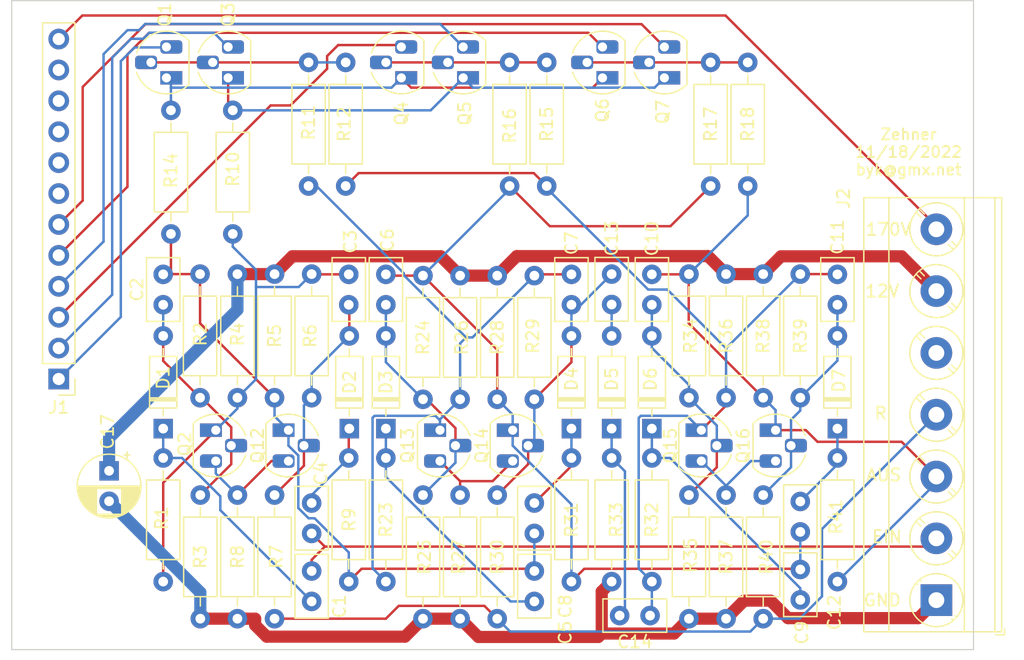
<source format=kicad_pcb>
(kicad_pcb (version 20211014) (generator pcbnew)
  (title_block (title "Charlie Nixie") (date "2019-05-27") (rev "1.1") (company "None") (comment 1 "Author: byk@gmx.net"))
  (layers (0 "F.Cu" signal) (31 "B.Cu" signal) (34 "B.Paste" user) (35 "F.Paste" user) (36 "B.SilkS" user "B.Silkscreen") (37 "F.SilkS" user "F.Silkscreen") (38 "B.Mask" user) (39 "F.Mask" user) (44 "Edge.Cuts" user))
  (net 0 "")
  (net 1 "Net-(C1-Pad1)")
  (net 2 "/dig0")
  (net 3 "HT")
  (net 4 "/dig1")
  (net 5 "/dig2")
  (net 6 "/dig3")
  (net 7 "/dig4")
  (net 8 "/dig5")
  (net 9 "/dig6")
  (net 10 "/dig7")
  (net 11 "/dig8")
  (net 12 "/dig9")
  (net 13 "/dp")
  (net 14 "/Eingang")
  (net 15 "Net-(C2-Pad1)")
  (net 16 "Net-(C2-Pad2)")
  (net 17 "Net-(C3-Pad1)")
  (net 18 "Net-(C3-Pad2)")
  (net 19 "Net-(Q1-Pad2)")
  (net 20 "Net-(R30-Pad1)")
  (net 21 "Net-(Q4-Pad2)")
  (net 22 "Net-(Q6-Pad2)")
  (net 23 "Net-(D5-Pad2)")
  (net 24 "Net-(C4-Pad1)")
  (net 25 "GND")
  (net 26 "+12V")
  (net 27 "/R")
  (net 28 "Net-(C5-Pad1)")
  (net 29 "Net-(C6-Pad2)")
  (net 30 "Net-(C7-Pad1)")
  (net 31 "Net-(D5-Pad1)")
  (net 33 "Net-(D4-Pad1)")
  (net 34 "Net-(Q13-Pad3)")
  (net 35 "Net-(C9-Pad1)")
  (net 36 "Net-(C10-Pad2)")
  (net 37 "Net-(C11-Pad2)")
  (net 38 "Net-(C12-Pad1)")
  (net 39 "Net-(Q15-Pad3)")
  (net 40 "Net-(Q7-Pad1)")
  (net 41 "/Ausgang")
  (net 42 "Net-(C12-Pad2)")
  (net 43 "Net-(C11-Pad1)")
  (net 44 "Net-(Q1-Pad1)")
  (net 45 "Net-(Q12-Pad3)")
  (footprint "Diode_THT:D_DO-35_SOD27_P7.62mm_Horizontal" (layer "F.Cu") (at 227.102 114.4 90)
    (fp_text reference "D7")
    (fp_text value "1N4148")
  )
  (footprint "TerminalBlock_Phoenix:TerminalBlock_Phoenix_MKDS-3-7-5.08_1x07_P5.08mm_Horizontal" (layer "F.Cu") (at 235.23 128.497 90)
    (fp_text reference "J2")
    (fp_text value "Conn_01x07")
  )
  (footprint "Resistor_THT:R_Axial_DIN0207_L6.3mm_D2.5mm_P10.16mm_Horizontal" (layer "F.Cu") (at 174.778 119.861 -90)
    (fp_text reference "R3")
    (fp_text value "4k7")
  )
  (footprint "Package_TO_SOT_THT:TO-92_HandSolder" (layer "F.Cu") (at 182.017 114.527 -90)
    (fp_text reference "Q12")
    (fp_text value "BC547")
  )
  (footprint "Resistor_THT:R_Axial_DIN0207_L6.3mm_D2.5mm_P10.16mm_Horizontal" (layer "F.Cu") (at 180.874 101.7 -90)
    (fp_text reference "R5")
    (fp_text value "680")
  )
  (footprint "Capacitor_THT:C_Disc_D5.0mm_W2.5mm_P2.50mm" (layer "F.Cu") (at 202.21 120.516 -90)
    (fp_text reference "C8")
    (fp_text value "1n")
  )
  (footprint "Diode_THT:D_DO-35_SOD27_P7.62mm_Horizontal" (layer "F.Cu") (at 211.862 114.4 90)
    (fp_text reference "D6")
    (fp_text value "1N4148")
  )
  (footprint "Resistor_THT:R_Axial_DIN0207_L6.3mm_D2.5mm_P10.16mm_Horizontal" (layer "F.Cu") (at 217.958 119.861 -90)
    (fp_text reference "R37")
    (fp_text value "180")
  )
  (footprint "Diode_THT:D_DO-35_SOD27_P7.62mm_Horizontal" (layer "F.Cu") (at 205.258 114.4 90)
    (fp_text reference "D4")
    (fp_text value "1N4148")
  )
  (footprint "Resistor_THT:R_Axial_DIN0207_L6.3mm_D2.5mm_P10.16mm_Horizontal" (layer "F.Cu") (at 177.826 119.861 -90)
    (fp_text reference "R8")
    (fp_text value "180")
  )
  (footprint "Resistor_THT:R_Axial_DIN0207_L6.3mm_D2.5mm_P10.16mm_Horizontal" (layer "F.Cu") (at 177.445 88.238 -90)
    (fp_text reference "R10")
    (fp_text value "3k9")
  )
  (footprint "Diode_THT:D_DO-35_SOD27_P7.62mm_Horizontal" (layer "F.Cu") (at 190.018 114.4 90)
    (fp_text reference "D3")
    (fp_text value "1N4148")
  )
  (footprint "Resistor_THT:R_Axial_DIN0207_L6.3mm_D2.5mm_P10.16mm_Horizontal" (layer "F.Cu") (at 183.922 101.7 -90)
    (fp_text reference "R6")
    (fp_text value "4k7")
  )
  (footprint "Resistor_THT:R_Axial_DIN0207_L6.3mm_D2.5mm_P10.16mm_Horizontal" (layer "F.Cu") (at 202.21 101.827 -90)
    (fp_text reference "R29")
    (fp_text value "4k7")
  )
  (footprint "Capacitor_THT:C_Disc_D5.0mm_W2.5mm_P2.50mm" (layer "F.Cu") (at 183.922 120.516 -90)
    (fp_text reference "C4")
    (fp_text value "1n")
  )
  (footprint "Diode_THT:D_DO-35_SOD27_P7.62mm_Horizontal" (layer "F.Cu") (at 187.015 114.4 90)
    (fp_text reference "D2")
    (fp_text value "1N4148")
  )
  (footprint "Capacitor_THT:C_Disc_D5.0mm_W2.5mm_P2.50mm" (layer "F.Cu") (at 227.102 101.72 -90)
    (fp_text reference "C11")
    (fp_text value "220p")
  )
  (footprint "Diode_THT:D_DO-35_SOD27_P7.62mm_Horizontal" (layer "F.Cu") (at 171.73 114.4 90)
    (fp_text reference "D1")
    (fp_text value "1N4148")
  )
  (footprint "Capacitor_THT:C_Disc_D5.0mm_W2.5mm_P2.50mm" (layer "F.Cu") (at 208.56 101.7 -90)
    (fp_text reference "C13")
    (fp_text value "1n")
  )
  (footprint "Capacitor_THT:C_Disc_D5.0mm_W2.5mm_P2.50mm" (layer "F.Cu") (at 186.97 101.72 -90)
    (fp_text reference "C3")
    (fp_text value "220p")
  )
  (footprint "Package_TO_SOT_THT:TO-92_HandSolder" (layer "F.Cu") (at 196.368 85.571 90)
    (fp_text reference "Q5")
    (fp_text value "MPSA42")
  )
  (footprint "Resistor_THT:R_Axial_DIN0207_L6.3mm_D2.5mm_P10.16mm_Horizontal" (layer "F.Cu") (at 214.91 119.861 -90)
    (fp_text reference "R35")
    (fp_text value "4k7")
  )
  (footprint "Resistor_THT:R_Axial_DIN0207_L6.3mm_D2.5mm_P10.16mm_Horizontal" (layer "F.Cu") (at 211.862 126.973 90)
    (fp_text reference "R33")
    (fp_text value "4k7")
  )
  (footprint "Resistor_THT:R_Axial_DIN0207_L6.3mm_D2.5mm_P10.16mm_Horizontal" (layer "F.Cu") (at 186.716 84.301 -90)
    (fp_text reference "R12")
    (fp_text value "33k")
  )
  (footprint "Capacitor_THT:C_Disc_D5.0mm_W2.5mm_P2.50mm" (layer "F.Cu") (at 205.258 101.72 -90)
    (fp_text reference "C7")
    (fp_text value "220p")
  )
  (footprint "Resistor_THT:R_Axial_DIN0207_L6.3mm_D2.5mm_P10.16mm_Horizontal" (layer "F.Cu") (at 190.018 126.973 90)
    (fp_text reference "R23")
    (fp_text value "4k7")
  )
  (footprint "Diode_THT:D_DO-35_SOD27_P7.62mm_Horizontal" (layer "F.Cu") (at 208.56 114.4 90)
    (fp_text reference "D5")
    (fp_text value "1N4148")
  )
  (footprint "Resistor_THT:R_Axial_DIN0207_L6.3mm_D2.5mm_P10.16mm_Horizontal" (layer "F.Cu") (at 205.258 126.973 90)
    (fp_text reference "R31")
    (fp_text value "4k7")
  )
  (footprint "Resistor_THT:R_Axial_DIN0207_L6.3mm_D2.5mm_P10.16mm_Horizontal" (layer "F.Cu") (at 221.006 119.861 -90)
    (fp_text reference "R40")
    (fp_text value "4k7")
  )
  (footprint "Resistor_THT:R_Axial_DIN0207_L6.3mm_D2.5mm_P10.16mm_Horizontal" (layer "F.Cu") (at 193.066 101.827 -90)
    (fp_text reference "R24")
    (fp_text value "4k7")
  )
  (footprint "Resistor_THT:R_Axial_DIN0207_L6.3mm_D2.5mm_P10.16mm_Horizontal" (layer "F.Cu") (at 227.102 126.973 90)
    (fp_text reference "R41")
    (fp_text value "4k7")
  )
  (footprint "Capacitor_THT:C_Disc_D5.0mm_W2.5mm_P2.50mm" (layer "F.Cu") (at 202.21 128.604 90)
    (fp_text reference "C5")
    (fp_text value "1n")
  )
  (footprint "Resistor_THT:R_Axial_DIN0207_L6.3mm_D2.5mm_P10.16mm_Horizontal" (layer "F.Cu") (at 203.226 84.301 -90)
    (fp_text reference "R15")
    (fp_text value "33k")
  )
  (footprint "Resistor_THT:R_Axial_DIN0207_L6.3mm_D2.5mm_P10.16mm_Horizontal" (layer "F.Cu") (at 221.006 101.7 -90)
    (fp_text reference "R38")
    (fp_text value "680")
  )
  (footprint "Capacitor_THT:C_Disc_D5.0mm_W2.5mm_P2.50mm" (layer "F.Cu") (at 224.054 120.389 -90)
    (fp_text reference "C12")
    (fp_text value "1n")
  )
  (footprint "Resistor_THT:R_Axial_DIN0207_L6.3mm_D2.5mm_P10.16mm_Horizontal" (layer "F.Cu") (at 174.757 101.7 -90)
    (fp_text reference "R2")
    (fp_text value "4k7")
  )
  (footprint "Capacitor_THT:C_Disc_D5.0mm_W2.5mm_P2.50mm" (layer "F.Cu") (at 211.715 129.767 180)
    (fp_text reference "C14")
    (fp_text value "4n7")
  )
  (footprint "Package_TO_SOT_THT:TO-92_HandSolder" (layer "F.Cu") (at 200.432 114.527 -90)
    (fp_text reference "Q14")
    (fp_text value "BC547")
  )
  (footprint "Package_TO_SOT_THT:TO-92_HandSolder" (layer "F.Cu") (at 215.926 114.527 -90)
    (fp_text reference "Q15")
    (fp_text value "BC547")
  )
  (footprint "Capacitor_THT:C_Disc_D5.0mm_W2.5mm_P2.50mm" (layer "F.Cu") (at 171.73 101.72 -90)
    (fp_text reference "C2")
    (fp_text value "220p")
  )
  (footprint "Capacitor_THT:C_Disc_D5.0mm_W2.5mm_P2.50mm" (layer "F.Cu") (at 183.922 128.604 90)
    (fp_text reference "C1")
    (fp_text value "1n")
  )
  (footprint "Package_TO_SOT_THT:TO-92_HandSolder" (layer "F.Cu") (at 191.288 85.571 90)
    (fp_text reference "Q4")
    (fp_text value "MPSA42")
  )
  (footprint "Package_TO_SOT_THT:TO-92_HandSolder" (layer "F.Cu") (at 176.048 114.527 -90)
    (fp_text reference "Q2")
    (fp_text value "BC547")
  )
  (footprint "Resistor_THT:R_Axial_DIN0207_L6.3mm_D2.5mm_P10.16mm_Horizontal" (layer "F.Cu") (at 199.162 119.861 -90)
    (fp_text reference "R30")
    (fp_text value "4k7")
  )
  (footprint "MountingHole:MountingHole_3.2mm_M3" (layer "F.Cu") (at 163.475 128.37)
    (fp_text reference "H1" hide)
    (fp_text value "MountingHole")
  )
  (footprint "Resistor_THT:R_Axial_DIN0207_L6.3mm_D2.5mm_P10.16mm_Horizontal" (layer "F.Cu") (at 172.365 88.238 -90)
    (fp_text reference "R14")
    (fp_text value "3k9")
  )
  (footprint "Package_TO_SOT_THT:TO-92_HandSolder" (layer "F.Cu") (at 222.022 114.527 -90)
    (fp_text reference "Q16")
    (fp_text value "BC547")
  )
  (footprint "Package_TO_SOT_THT:TO-92_HandSolder" (layer "F.Cu") (at 194.463 114.527 -90)
    (fp_text reference "Q13")
    (fp_text value "BC547")
  )
  (footprint "Resistor_THT:R_Axial_DIN0207_L6.3mm_D2.5mm_P10.16mm_Horizontal" (layer "F.Cu") (at 186.97 126.973 90)
    (fp_text reference "R9")
    (fp_text value "4k7")
  )
  (footprint "Resistor_THT:R_Axial_DIN0207_L6.3mm_D2.5mm_P10.16mm_Horizontal" (layer "F.Cu") (at 180.874 119.861 -90)
    (fp_text reference "R7")
    (fp_text value "4k7")
  )
  (footprint "Resistor_THT:R_Axial_DIN0207_L6.3mm_D2.5mm_P10.16mm_Horizontal" (layer "F.Cu") (at 196.114 119.861 -90)
    (fp_text reference "R27")
    (fp_text value "180")
  )
  (footprint "Capacitor_THT:C_Disc_D5.0mm_W2.5mm_P2.50mm" (layer "F.Cu") (at 190.018 101.72 -90)
    (fp_text reference "C6")
    (fp_text value "220p")
  )
  (footprint "Capacitor_THT:C_Disc_D5.0mm_W2.5mm_P2.50mm" (layer "F.Cu") (at 224.054 128.477 90)
    (fp_text reference "C9")
    (fp_text value "1n")
  )
  (footprint "Resistor_THT:R_Axial_DIN0207_L6.3mm_D2.5mm_P10.16mm_Horizontal" (layer "F.Cu") (at 208.56 116.813 -90)
    (fp_text reference "R32")
    (fp_text value "4k7")
  )
  (footprint "Resistor_THT:R_Axial_DIN0207_L6.3mm_D2.5mm_P10.16mm_Horizontal" (layer "F.Cu") (at 171.73 126.973 90)
    (fp_text reference "R1")
    (fp_text value "4k7")
  )
  (footprint "Resistor_THT:R_Axial_DIN0207_L6.3mm_D2.5mm_P10.16mm_Horizontal" (layer "F.Cu") (at 193.066 119.861 -90)
    (fp_text reference "R25")
    (fp_text value "4k7")
  )
  (footprint "Package_TO_SOT_THT:TO-92_HandSolder" (layer "F.Cu") (at 207.81 85.571 90)
    (fp_text reference "Q6")
    (fp_text value "MPSA42")
  )
  (footprint "Resistor_THT:R_Axial_DIN0207_L6.3mm_D2.5mm_P10.16mm_Horizontal" (layer "F.Cu") (at 199.162 101.827 -90)
    (fp_text reference "R28")
    (fp_text value "680")
  )
  (footprint "Resistor_THT:R_Axial_DIN0207_L6.3mm_D2.5mm_P10.16mm_Horizontal" (layer "F.Cu") (at 217.958 101.7 -90)
    (fp_text reference "R36")
    (fp_text value "680")
  )
  (footprint "Resistor_THT:R_Axial_DIN0207_L6.3mm_D2.5mm_P10.16mm_Horizontal" (layer "F.Cu") (at 183.668 84.301 -90)
    (fp_text reference "R11")
    (fp_text value "33k")
  )
  (footprint "Resistor_THT:R_Axial_DIN0207_L6.3mm_D2.5mm_P10.16mm_Horizontal" (layer "F.Cu") (at 196.114 101.827 -90)
    (fp_text reference "R26")
    (fp_text value "680")
  )
  (footprint "Capacitor_THT:CP_Radial_D5.0mm_P2.50mm" (layer "F.Cu") (at 167.285 117.869 -90)
    (fp_text reference "C17")
    (fp_text value "10u")
  )
  (footprint "Resistor_THT:R_Axial_DIN0207_L6.3mm_D2.5mm_P10.16mm_Horizontal" (layer "F.Cu") (at 200.178 84.301 -90)
    (fp_text reference "R16")
    (fp_text value "33k")
  )
  (footprint "Resistor_THT:R_Axial_DIN0207_L6.3mm_D2.5mm_P10.16mm_Horizontal" (layer "F.Cu") (at 224.054 101.7 -90)
    (fp_text reference "R39")
    (fp_text value "4k7")
  )
  (footprint "Resistor_THT:R_Axial_DIN0207_L6.3mm_D2.5mm_P10.16mm_Horizontal" (layer "F.Cu") (at 214.91 101.7 -90)
    (fp_text reference "R34")
    (fp_text value "4k7")
  )
  (footprint "Package_TO_SOT_THT:TO-92_HandSolder" (layer "F.Cu") (at 171.996 85.571 90)
    (fp_text reference "Q1")
    (fp_text value "MPSA42")
  )
  (footprint "Package_TO_SOT_THT:TO-92_HandSolder" (layer "F.Cu") (at 177.064 85.571 90)
    (fp_text reference "Q3")
    (fp_text value "MPSA42")
  )
  (footprint "Resistor_THT:R_Axial_DIN0207_L6.3mm_D2.5mm_P10.16mm_Horizontal" (layer "F.Cu") (at 177.826 101.7 -90)
    (fp_text reference "R4")
    (fp_text value "680")
  )
  (footprint "Resistor_THT:R_Axial_DIN0207_L6.3mm_D2.5mm_P10.16mm_Horizontal" (layer "F.Cu") (at 216.688 84.301 -90)
    (fp_text reference "R17")
    (fp_text value "33k")
  )
  (footprint "MountingHole:MountingHole_3.2mm_M3" (layer "F.Cu") (at 234.468 83.031)
    (fp_text reference "H2" hide)
    (fp_text value "MountingHole")
  )
  (footprint "Resistor_THT:R_Axial_DIN0207_L6.3mm_D2.5mm_P10.16mm_Horizontal" (layer "F.Cu") (at 219.736 84.301 -90)
    (fp_text reference "R18")
    (fp_text value "33k")
  )
  (footprint "MountingHole:MountingHole_3.2mm_M3" (layer "F.Cu") (at 209.703 93.953)
    (fp_text reference "H3" hide)
    (fp_text value "MountingHole")
  )
  (footprint "Connector_PinHeader_2.54mm:PinHeader_1x12_P2.54mm_Vertical" (layer "F.Cu") (at 163.151 110.321 180)
    (fp_text reference "J1")
    (fp_text value "Conn_01x12")
  )
  (footprint "Package_TO_SOT_THT:TO-92_HandSolder" (layer "F.Cu") (at 212.89 85.571 90)
    (fp_text reference "Q7")
    (fp_text value "MPSA42")
  )
  (footprint "Capacitor_THT:C_Disc_D5.0mm_W2.5mm_P2.50mm" (layer "F.Cu") (at 211.862 101.72 -90)
    (fp_text reference "C10")
    (fp_text value "220p")
  )
  (gr_line (start 159.284 132.561) (end 159.284 79.221) (layer "Edge.Cuts") (width 0.1))
  (gr_line (start 159.284 79.221) (end 238.278 79.221) (layer "Edge.Cuts") (width 0.1))
  (gr_line (start 238.278 79.221) (end 238.278 132.561) (layer "Edge.Cuts") (width 0.1))
  (gr_line (start 159.284 132.561) (end 238.278 132.561) (layer "Edge.Cuts") (width 0.1))
  (gr_text "170V" (at 231.293 98.017) (layer "F.SilkS") (effects (font (size 1 1))))
  (gr_text "R" (at 230.658 113.13) (layer "F.SilkS") (effects (font (size 1 1))))
  (gr_text "GND" (at 230.785 128.497) (layer "F.SilkS") (effects (font (size 1 1))))
  (gr_text "AUS" (at 230.912 118.21) (layer "F.SilkS") (effects (font (size 1 1))))
  (gr_text "Zehner\n11/18/2022\nbyk@gmx.net" (at 232.944 91.667) (layer "F.SilkS") (effects (font (size 0.9 0.9))))
  (gr_text "EIN" (at 231.166 123.29) (layer "F.SilkS") (effects (font (size 1 1))))
  (gr_text "12V" (at 230.785 103.097) (layer "F.SilkS") (effects (font (size 1 1))))
  (segment (start 176.4204 121.1024) (end 176.4204 119.9573) (width 0.2) (layer "B.Cu") (net 1))
  (segment (start 173.2761 116.813) (end 171.73 116.813) (width 0.2) (layer "B.Cu") (net 1))
  (segment (start 171.73 116.813) (end 171.73 114.4) (width 0.2) (layer "B.Cu") (net 1))
  (segment (start 176.4204 119.9573) (end 173.2761 116.813) (width 0.2) (layer "B.Cu") (net 1))
  (segment (start 183.922 128.604) (end 176.4204 121.1024) (width 0.2) (layer "B.Cu") (net 1))
  (segment (start 169.3831 83.0669) (end 171.9601 83.0669) (width 0.2) (layer "B.Cu") (net 2))
  (segment (start 168.2483 105.2237) (end 168.2483 84.2017) (width 0.2) (layer "B.Cu") (net 2))
  (segment (start 163.151 110.321) (end 168.2483 105.2237) (width 0.2) (layer "B.Cu") (net 2))
  (segment (start 168.2483 84.2017) (end 169.3831 83.0669) (width 0.2) (layer "B.Cu") (net 2))
  (segment (start 171.9601 83.0669) (end 171.996 83.031) (width 0.2) (layer "B.Cu") (net 2))
  (segment (start 165.0855 80.4465) (end 163.151 82.381) (width 0.2) (layer "F.Cu") (net 3))
  (segment (start 235.23 98.017) (end 235.23 97.7631) (width 0.2) (layer "F.Cu") (net 3))
  (segment (start 217.9134 80.4465) (end 165.0855 80.4465) (width 0.2) (layer "F.Cu") (net 3))
  (segment (start 235.23 97.7631) (end 217.9134 80.4465) (width 0.2) (layer "F.Cu") (net 3))
  (segment (start 167.54 103.392) (end 163.151 107.781) (width 0.2) (layer "B.Cu") (net 4))
  (segment (start 177.064 83.031) (end 175.8947 81.8617) (width 0.2) (layer "B.Cu") (net 4))
  (segment (start 170.0914 82.3586) (end 169.0898 82.3586) (width 0.2) (layer "B.Cu") (net 4))
  (segment (start 175.8947 81.8617) (end 170.5883 81.8617) (width 0.2) (layer "B.Cu") (net 4))
  (segment (start 170.5883 81.8617) (end 170.0914 82.3586) (width 0.2) (layer "B.Cu") (net 4))
  (segment (start 169.0898 82.3586) (end 167.54 83.9084) (width 0.2) (layer "B.Cu") (net 4))
  (segment (start 167.54 83.9084) (end 167.54 103.392) (width 0.2) (layer "B.Cu") (net 4))
  (segment (start 186.0988 82.8724) (end 191.1294 82.8724) (width 0.2) (layer "F.Cu") (net 5))
  (segment (start 163.151 105.241) (end 180.5563 87.8357) (width 0.2) (layer "F.Cu") (net 5))
  (segment (start 182.1813 87.8357) (end 185.192 84.825) (width 0.2) (layer "F.Cu") (net 5))
  (segment (start 180.5563 87.8357) (end 182.1813 87.8357) (width 0.2) (layer "F.Cu") (net 5))
  (segment (start 185.192 84.825) (end 185.192 83.7792) (width 0.2) (layer "F.Cu") (net 5))
  (segment (start 185.192 83.7792) (end 186.0988 82.8724) (width 0.2) (layer "F.Cu") (net 5))
  (segment (start 191.1294 82.8724) (end 191.288 83.031) (width 0.2) (layer "F.Cu") (net 5))
  (segment (start 196.368 83.031) (end 194.4769 81.1399) (width 0.2) (layer "B.Cu") (net 6))
  (segment (start 169.7372 81.6503) (end 168.7965 81.6503) (width 0.2) (layer "B.Cu") (net 6))
  (segment (start 170.2476 81.1399) (end 169.7372 81.6503) (width 0.2) (layer "B.Cu") (net 6))
  (segment (start 168.7965 81.6503) (end 166.8317 83.6151) (width 0.2) (layer "B.Cu") (net 6))
  (segment (start 166.8317 83.6151) (end 166.8317 99.0203) (width 0.2) (layer "B.Cu") (net 6))
  (segment (start 194.4769 81.1399) (end 170.2476 81.1399) (width 0.2) (layer "B.Cu") (net 6))
  (segment (start 166.8317 99.0203) (end 163.151 102.701) (width 0.2) (layer "B.Cu") (net 6))
  (segment (start 163.151 100.161) (end 168.7946 94.5174) (width 0.2) (layer "F.Cu") (net 7))
  (segment (start 168.7946 83.6383) (end 170.5654 81.8675) (width 0.2) (layer "F.Cu") (net 7))
  (segment (start 168.7946 94.5174) (end 168.7946 83.6383) (width 0.2) (layer "F.Cu") (net 7))
  (segment (start 206.6465 81.8675) (end 207.81 83.031) (width 0.2) (layer "F.Cu") (net 7))
  (segment (start 170.5654 81.8675) (end 206.6465 81.8675) (width 0.2) (layer "F.Cu") (net 7))
  (segment (start 170.2761 81.1549) (end 165.1174 86.3136) (width 0.2) (layer "F.Cu") (net 8))
  (segment (start 165.1174 86.3136) (end 165.1174 95.6547) (width 0.2) (layer "F.Cu") (net 8))
  (segment (start 211.0139 81.1549) (end 170.2761 81.1549) (width 0.2) (layer "F.Cu") (net 8))
  (segment (start 165.1174 95.6547) (end 165.1173 95.6547) (width 0.2) (layer "F.Cu") (net 8))
  (segment (start 165.1173 95.6547) (end 163.151 97.621) (width 0.2) (layer "F.Cu") (net 8))
  (segment (start 212.89 83.031) (end 211.0139 81.1549) (width 0.2) (layer "F.Cu") (net 8))
  (segment (start 183.922 123.016) (end 185.0036 124.0976) (width 0.2) (layer "F.Cu") (net 14))
  (segment (start 234.5494 124.0976) (end 235.23 123.417) (width 0.2) (layer "F.Cu") (net 14))
  (segment (start 183.922 125.1792) (end 185.0036 124.0976) (width 0.2) (layer "F.Cu") (net 14))
  (segment (start 185.0036 124.0976) (end 234.5494 124.0976) (width 0.2) (layer "F.Cu") (net 14))
  (segment (start 183.922 126.104) (end 183.922 125.1792) (width 0.2) (layer "F.Cu") (net 14))
  (segment (start 172.365 98.398) (end 172.365 101.7) (width 0.2) (layer "F.Cu") (net 15))
  (segment (start 171.75 101.7) (end 172.365 101.7) (width 0.2) (layer "F.Cu") (net 15))
  (segment (start 172.365 101.7) (end 174.757 101.7) (width 0.2) (layer "F.Cu") (net 15))
  (segment (start 186.97 126.973) (end 188.0252 125.9178) (width 0.2) (layer "F.Cu") (net 15))
  (segment (start 188.0252 125.9178) (end 202.0238 125.9178) (width 0.2) (layer "F.Cu") (net 15))
  (segment (start 180.874 111.86) (end 174.757 105.743) (width 0.2) (layer "F.Cu") (net 15))
  (segment (start 174.757 105.743) (end 174.757 101.7) (width 0.2) (layer "F.Cu") (net 15))
  (segment (start 171.73 101.72) (end 171.75 101.7) (width 0.2) (layer "F.Cu") (net 15))
  (segment (start 202.0238 125.9178) (end 202.21 126.104) (width 0.2) (layer "F.Cu") (net 15))
  (segment (start 184.1608 121.766) (end 183.6653 121.766) (width 0.2) (layer "B.Cu") (net 15))
  (segment (start 182.8268 116.6068) (end 182.017 115.797) (width 0.2) (layer "B.Cu") (net 15))
  (segment (start 182.8268 120.9275) (end 182.8268 116.6068) (width 0.2) (layer "B.Cu") (net 15))
  (segment (start 182.017 114.527) (end 180.874 113.384) (width 0.2) (layer "B.Cu") (net 15))
  (segment (start 202.21 126.104) (end 202.21 123.016) (width 0.2) (layer "B.Cu") (net 15))
  (segment (start 186.97 124.5752) (end 184.1608 121.766) (width 0.2) (layer "B.Cu") (net 15))
  (segment (start 180.874 113.384) (end 180.874 111.86) (width 0.2) (layer "B.Cu") (net 15))
  (segment (start 182.017 115.797) (end 182.017 114.527) (width 0.2) (layer "B.Cu") (net 15))
  (segment (start 186.97 126.973) (end 186.97 124.5752) (width 0.2) (layer "B.Cu") (net 15))
  (segment (start 183.6653 121.766) (end 182.8268 120.9275) (width 0.2) (layer "B.Cu") (net 15))
  (segment (start 174.8886 111.86) (end 174.757 111.86) (width 0.2) (layer "F.Cu") (net 16))
  (segment (start 177.318 114.2894) (end 174.8886 111.86) (width 0.2) (layer "F.Cu") (net 16))
  (segment (start 177.318 115.797) (end 177.318 117.321) (width 0.2) (layer "F.Cu") (net 16))
  (segment (start 171.73 106.78) (end 171.73 108.833) (width 0.2) (layer "F.Cu") (net 16))
  (segment (start 177.318 115.797) (end 177.318 114.2894) (width 0.2) (layer "F.Cu") (net 16))
  (segment (start 177.318 117.321) (end 174.778 119.861) (width 0.2) (layer "F.Cu") (net 16))
  (segment (start 171.73 108.833) (end 174.757 111.86) (width 0.2) (layer "F.Cu") (net 16))
  (segment (start 171.73 104.22) (end 171.73 106.78) (width 0.2) (layer "B.Cu") (net 16))
  (segment (start 183.942 101.72) (end 183.922 101.7) (width 0.2) (layer "F.Cu") (net 17))
  (segment (start 176.048 114.527) (end 171.73 118.845) (width 0.2) (layer "F.Cu") (net 17))
  (segment (start 186.97 101.72) (end 183.942 101.72) (width 0.2) (layer "F.Cu") (net 17))
  (segment (start 171.73 118.845) (end 171.73 126.973) (width 0.2) (layer "F.Cu") (net 17))
  (segment (start 179.35 102.7619) (end 179.35 101.3557) (width 0.2) (layer "B.Cu") (net 17))
  (segment (start 177.445 99.4507) (end 177.445 98.398) (width 0.2) (layer "B.Cu") (net 17))
  (segment (start 179.35 110.336) (end 177.826 111.86) (width 0.2) (layer "B.Cu") (net 17))
  (segment (start 177.826 112.749) (end 176.048 114.527) (width 0.2) (layer "B.Cu") (net 17))
  (segment (start 177.826 111.86) (end 177.826 112.749) (width 0.2) (layer "B.Cu") (net 17))
  (segment (start 179.35 102.7619) (end 182.8601 102.7619) (width 0.2) (layer "B.Cu") (net 17))
  (segment (start 179.35 101.3557) (end 177.445 99.4507) (width 0.2) (layer "B.Cu") (net 17))
  (segment (start 179.35 102.7619) (end 179.35 110.336) (width 0.2) (layer "B.Cu") (net 17))
  (segment (start 182.8601 102.7619) (end 183.922 101.7) (width 0.2) (layer "B.Cu") (net 17))
  (segment (start 187.015 104.265) (end 186.97 104.22) (width 0.2) (layer "F.Cu") (net 18))
  (segment (start 187.015 106.78) (end 187.015 104.265) (width 0.2) (layer "F.Cu") (net 18))
  (segment (start 180.874 119.861) (end 183.287 117.448) (width 0.2) (layer "F.Cu") (net 18))
  (segment (start 183.287 117.448) (end 183.287 115.797) (width 0.2) (layer "F.Cu") (net 18))
  (segment (start 183.922 109.873) (end 187.015 106.78) (width 0.2) (layer "B.Cu") (net 18))
  (segment (start 183.922 111.86) (end 183.922 109.873) (width 0.2) (layer "B.Cu") (net 18))
  (segment (start 183.287 115.797) (end 183.287 112.495) (width 0.2) (layer "B.Cu") (net 18))
  (segment (start 183.287 112.495) (end 183.922 111.86) (width 0.2) (layer "B.Cu") (net 18))
  (segment (start 175.794 84.301) (end 183.668 84.301) (width 0.2) (layer "F.Cu") (net 19))
  (segment (start 170.726 84.301) (end 175.794 84.301) (width 0.2) (layer "F.Cu") (net 19))
  (segment (start 183.668 84.301) (end 186.716 84.301) (width 0.2) (layer "B.Cu") (net 19))
  (segment (start 205.258 108.939) (end 202.21 111.987) (width 0.2) (layer "F.Cu") (net 20))
  (segment (start 205.258 106.78) (end 205.258 108.939) (width 0.2) (layer "F.Cu") (net 20))
  (segment (start 201.702 117.321) (end 201.702 115.797) (width 0.2) (layer "F.Cu") (net 20))
  (segment (start 199.162 119.861) (end 201.702 117.321) (width 0.2) (layer "F.Cu") (net 20))
  (segment (start 205.258 104.22) (end 205.258 106.78) (width 0.2) (layer "B.Cu") (net 20))
  (segment (start 202.21 115.289) (end 201.702 115.797) (width 0.2) (layer "B.Cu") (net 20))
  (segment (start 202.21 111.987) (end 202.21 115.289) (width 0.2) (layer "B.Cu") (net 20))
  (segment (start 206.04 104.22) (end 205.258 104.22) (width 0.2) (layer "B.Cu") (net 20))
  (segment (start 208.56 101.7) (end 206.04 104.22) (width 0.2) (layer "B.Cu") (net 20))
  (segment (start 200.178 84.301) (end 195.098 84.301) (width 0.2) (layer "F.Cu") (net 21))
  (segment (start 190.018 84.301) (end 195.098 84.301) (width 0.2) (layer "F.Cu") (net 21))
  (segment (start 203.226 84.301) (end 200.178 84.301) (width 0.2) (layer "F.Cu") (net 21))
  (segment (start 211.62 84.301) (end 206.54 84.301) (width 0.2) (layer "F.Cu") (net 22))
  (segment (start 219.736 84.301) (end 216.688 84.301) (width 0.2) (layer "F.Cu") (net 22))
  (segment (start 216.688 84.301) (end 211.62 84.301) (width 0.2) (layer "F.Cu") (net 22))
  (segment (start 208.56 106.78) (end 208.56 104.2) (width 0.2) (layer "B.Cu") (net 23))
  (segment (start 186.97 116.813) (end 186.97 114.445) (width 0.2) (layer "F.Cu") (net 24))
  (segment (start 186.97 114.445) (end 187.015 114.4) (width 0.2) (layer "F.Cu") (net 24))
  (segment (start 183.922 119.861) (end 183.922 120.516) (width 0.2) (layer "B.Cu") (net 24))
  (segment (start 186.97 116.813) (end 183.922 119.861) (width 0.2) (layer "B.Cu") (net 24))
  (segment (start 178.5524 130.021) (end 179.2787 130.021) (width 1) (layer "F.Cu") (net 25))
  (segment (start 193.066 130.021) (end 191.5876 131.4994) (width 1) (layer "F.Cu") (net 25))
  (segment (start 179.2787 130.5478) (end 179.2787 130.021) (width 1) (layer "F.Cu") (net 25))
  (segment (start 197.616 131.523) (end 207.4641 131.523) (width 1) (layer "F.Cu") (net 25))
  (segment (start 214.91 130.021) (end 217.958 130.021) (width 1) (layer "F.Cu") (net 25))
  (segment (start 177.826 130.021) (end 174.778 130.021) (width 1) (layer "F.Cu") (net 25))
  (segment (start 207.7457 131.2414) (end 207.7457 127.7873) (width 1) (layer "F.Cu") (net 25))
  (segment (start 180.2303 131.4994) (end 179.2787 130.5478) (width 1) (layer "F.Cu") (net 25))
  (segment (start 191.5876 131.4994) (end 180.2303 131.4994) (width 1) (layer "F.Cu") (net 25))
  (segment (start 196.114 130.021) (end 197.616 131.523) (width 1) (layer "F.Cu") (net 25))
  (segment (start 221.606 128.5369) (end 223.0445 129.9754) (width 1) (layer "F.Cu") (net 25))
  (segment (start 178.5524 130.021) (end 177.826 130.021) (width 1) (layer "F.Cu") (net 25))
  (segment (start 207.7457 127.7873) (end 208.56 126.973) (width 1) (layer "F.Cu") (net 25))
  (segment (start 196.114 130.021) (end 193.066 130.021) (width 1) (layer "F.Cu") (net 25))
  (segment (start 207.7457 131.2414) (end 213.6896 131.2414) (width 1) (layer "F.Cu") (net 25))
  (segment (start 233.7516 129.9754) (end 235.23 128.497) (width 1) (layer "F.Cu") (net 25))
  (segment (start 217.958 130.021) (end 219.4421 128.5369) (width 1) (layer "F.Cu") (net 25))
  (segment (start 207.4641 131.523) (end 207.7457 131.2414) (width 1) (layer "F.Cu") (net 25))
  (segment (start 213.6896 131.2414) (end 214.91 130.021) (width 1) (layer "F.Cu") (net 25))
  (segment (start 219.4421 128.5369) (end 221.606 128.5369) (width 1) (layer "F.Cu") (net 25))
  (segment (start 223.0445 129.9754) (end 233.7516 129.9754) (width 1) (layer "F.Cu") (net 25))
  (segment (start 167.285 120.369) (end 174.778 127.862) (width 1) (layer "B.Cu") (net 25))
  (segment (start 174.778 127.862) (end 174.778 130.021) (width 1) (layer "B.Cu") (net 25))
  (segment (start 196.114 101.827) (end 199.162 101.827) (width 1) (layer "F.Cu") (net 26))
  (segment (start 235.23 103.097) (end 232.3706 100.2376) (width 1) (layer "F.Cu") (net 26))
  (segment (start 200.7665 100.2225) (end 216.4805 100.2225) (width 1) (layer "F.Cu") (net 26))
  (segment (start 221.006 101.7) (end 217.958 101.7) (width 1) (layer "F.Cu") (net 26))
  (segment (start 199.162 101.827) (end 200.7665 100.2225) (width 1) (layer "F.Cu") (net 26))
  (segment (start 182.3402 100.2338) (end 194.5208 100.2338) (width 1) (layer "F.Cu") (net 26))
  (segment (start 216.4805 100.2225) (end 217.958 101.7) (width 1) (layer "F.Cu") (net 26))
  (segment (start 177.826 101.7) (end 180.874 101.7) (width 1) (layer "F.Cu") (net 26))
  (segment (start 194.5208 100.2338) (end 196.114 101.827) (width 1) (layer "F.Cu") (net 26))
  (segment (start 180.874 101.7) (end 182.3402 100.2338) (width 1) (layer "F.Cu") (net 26))
  (segment (start 222.4684 100.2376) (end 221.006 101.7) (width 1) (layer "F.Cu") (net 26))
  (segment (start 232.3706 100.2376) (end 222.4684 100.2376) (width 1) (layer "F.Cu") (net 26))
  (segment (start 177.826 104.6306) (end 167.285 115.1716) (width 1) (layer "B.Cu") (net 26))
  (segment (start 167.285 115.1716) (end 167.285 117.869) (width 1) (layer "B.Cu") (net 26))
  (segment (start 177.826 101.7) (end 177.826 104.6306) (width 1) (layer "B.Cu") (net 26))
  (segment (start 180.874 130.021) (end 190.018 130.021) (width 0.2) (layer "F.Cu") (net 27))
  (segment (start 198.109 128.968) (end 199.162 130.021) (width 0.2) (layer "F.Cu") (net 27))
  (segment (start 191.071 128.968) (end 198.109 128.968) (width 0.2) (layer "F.Cu") (net 27))
  (segment (start 190.018 130.021) (end 191.071 128.968) (width 0.2) (layer "F.Cu") (net 27))
  (segment (start 200.2182 131.0772) (end 219.9498 131.0772) (width 0.2) (layer "B.Cu") (net 27))
  (segment (start 224.0009 130.021) (end 225.8347 128.1872) (width 0.2) (layer "B.Cu") (net 27))
  (segment (start 219.9498 131.0772) (end 221.006 130.021) (width 0.2) (layer "B.Cu") (net 27))
  (segment (start 225.8347 122.6523) (end 235.23 113.257) (width 0.2) (layer "B.Cu") (net 27))
  (segment (start 225.8347 128.1872) (end 225.8347 122.6523) (width 0.2) (layer "B.Cu") (net 27))
  (segment (start 199.162 130.021) (end 200.2182 131.0772) (width 0.2) (layer "B.Cu") (net 27))
  (segment (start 221.006 130.021) (end 224.0009 130.021) (width 0.2) (layer "B.Cu") (net 27))
  (segment (start 190.018 116.813) (end 190.018 114.4) (width 0.2) (layer "B.Cu") (net 28))
  (segment (start 202.21 128.604) (end 200.2533 128.604) (width 0.2) (layer "B.Cu") (net 28))
  (segment (start 200.2533 128.604) (end 190.018 118.3687) (width 0.2) (layer "B.Cu") (net 28))
  (segment (start 190.018 118.3687) (end 190.018 116.813) (width 0.2) (layer "B.Cu") (net 28))
  (segment (start 193.066 111.987) (end 193.3621 111.987) (width 0.2) (layer "F.Cu") (net 29))
  (segment (start 195.733 114.3579) (end 195.733 115.797) (width 0.2) (layer "F.Cu") (net 29))
  (segment (start 193.3621 111.987) (end 195.733 114.3579) (width 0.2) (layer "F.Cu") (net 29))
  (segment (start 190.018 104.22) (end 190.018 106.78) (width 0.2) (layer "B.Cu") (net 29))
  (segment (start 190.018 108.939) (end 193.066 111.987) (width 0.2) (layer "B.Cu") (net 29))
  (segment (start 195.733 117.194) (end 195.733 115.797) (width 0.2) (layer "B.Cu") (net 29))
  (segment (start 190.018 106.78) (end 190.018 108.939) (width 0.2) (layer "B.Cu") (net 29))
  (segment (start 193.066 119.861) (end 195.733 117.194) (width 0.2) (layer "B.Cu") (net 29))
  (segment (start 205.258 101.72) (end 202.317 101.72) (width 0.2) (layer "F.Cu") (net 30))
  (segment (start 202.317 101.72) (end 202.21 101.827) (width 0.2) (layer "F.Cu") (net 30))
  (segment (start 191.4885 101.7872) (end 196.6037 106.9024) (width 0.2) (layer "B.Cu") (net 30))
  (segment (start 188.9238 113.5092) (end 188.9238 125.8788) (width 0.2) (layer "B.Cu") (net 30))
  (segment (start 191.4885 101.6311) (end 191.4885 101.7872) (width 0.2) (layer "B.Cu") (net 30))
  (segment (start 196.114 107.3921) (end 196.6037 106.9024) (width 0.2) (layer "B.Cu") (net 30))
  (segment (start 189.0858 113.3472) (end 188.9238 113.5092) (width 0.2) (layer "B.Cu") (net 30))
  (segment (start 194.0859 113.3472) (end 189.0858 113.3472) (width 0.2) (layer "B.Cu") (net 30))
  (segment (start 196.6037 106.9024) (end 197.1346 106.9024) (width 0.2) (layer "B.Cu") (net 30))
  (segment (start 183.668 94.461) (end 184.3184 94.461) (width 0.2) (layer "B.Cu") (net 30))
  (segment (start 196.114 111.987) (end 196.114 107.3921) (width 0.2) (layer "B.Cu") (net 30))
  (segment (start 188.9238 125.8788) (end 190.018 126.973) (width 0.2) (layer "B.Cu") (net 30))
  (segment (start 194.463 113.7243) (end 194.4199 113.6811) (width 0.2) (layer "B.Cu") (net 30))
  (segment (start 184.3184 94.461) (end 191.4885 101.6311) (width 0.2) (layer "B.Cu") (net 30))
  (segment (start 194.4199 113.6811) (end 194.0859 113.3472) (width 0.2) (layer "B.Cu") (net 30))
  (segment (start 197.1346 106.9024) (end 202.21 101.827) (width 0.2) (layer "B.Cu") (net 30))
  (segment (start 194.463 114.527) (end 194.463 113.7243) (width 0.2) (layer "B.Cu") (net 30))
  (segment (start 194.4199 113.6811) (end 196.114 111.987) (width 0.2) (layer "B.Cu") (net 30))
  (segment (start 209.6507 117.9037) (end 209.6507 129.3313) (width 0.2) (layer "B.Cu") (net 31))
  (segment (start 209.6507 129.3313) (end 209.215 129.767) (width 0.2) (layer "B.Cu") (net 31))
  (segment (start 208.56 116.813) (end 209.6507 117.9037) (width 0.2) (layer "B.Cu") (net 31))
  (segment (start 208.56 114.4) (end 208.56 116.813) (width 0.2) (layer "B.Cu") (net 31))
  (segment (start 205.258 117.468) (end 202.21 120.516) (width 0.2) (layer "F.Cu") (net 33))
  (segment (start 205.258 116.813) (end 205.258 117.468) (width 0.2) (layer "F.Cu") (net 33))
  (segment (start 205.258 116.813) (end 205.258 114.4) (width 0.2) (layer "B.Cu") (net 33))
  (segment (start 196.114 118.718) (end 194.463 117.067) (width 0.2) (layer "F.Cu") (net 34))
  (segment (start 198.781 118.718) (end 200.432 117.067) (width 0.2) (layer "F.Cu") (net 34))
  (segment (start 196.114 118.718) (end 198.781 118.718) (width 0.2) (layer "F.Cu") (net 34))
  (segment (start 196.114 119.861) (end 196.114 118.718) (width 0.2) (layer "F.Cu") (net 34))
  (segment (start 211.862 116.813) (end 211.862 114.4) (width 0.2) (layer "B.Cu") (net 35))
  (segment (start 224.054 128.477) (end 224.054 127.5161) (width 0.2) (layer "B.Cu") (net 35))
  (segment (start 224.054 127.5161) (end 213.3509 116.813) (width 0.2) (layer "B.Cu") (net 35))
  (segment (start 213.3509 116.813) (end 211.862 116.813) (width 0.2) (layer "B.Cu") (net 35))
  (segment (start 214.91 119.861) (end 217.196 117.575) (width 0.2) (layer "F.Cu") (net 36))
  (segment (start 217.196 117.575) (end 217.196 115.797) (width 0.2) (layer "F.Cu") (net 36))
  (segment (start 211.862 104.22) (end 211.862 106.78) (width 0.2) (layer "B.Cu") (net 36))
  (segment (start 211.862 107.7593) (end 214.91 110.8073) (width 0.2) (layer "B.Cu") (net 36))
  (segment (start 217.196 114.146) (end 217.196 115.797) (width 0.2) (layer "B.Cu") (net 36))
  (segment (start 214.91 111.3336) (end 214.91 110.8073) (width 0.2) (layer "B.Cu") (net 36))
  (segment (start 214.91 111.86) (end 217.196 114.146) (width 0.2) (layer "B.Cu") (net 36))
  (segment (start 211.862 106.78) (end 211.862 107.7593) (width 0.2) (layer "B.Cu") (net 36))
  (segment (start 214.91 111.86) (end 214.91 111.3336) (width 0.2) (layer "B.Cu") (net 36))
  (segment (start 224.054 112.9127) (end 223.292 113.6747) (width 0.2) (layer "B.Cu") (net 37))
  (segment (start 224.054 111.86) (end 227.102 108.812) (width 0.2) (layer "B.Cu") (net 37))
  (segment (start 223.292 117.575) (end 221.006 119.861) (width 0.2) (layer "B.Cu") (net 37))
  (segment (start 224.054 111.8703) (end 224.054 112.9127) (width 0.2) (layer "B.Cu") (net 37))
  (segment (start 223.292 115.797) (end 223.292 117.575) (width 0.2) (layer "B.Cu") (net 37))
  (segment (start 227.102 108.812) (end 227.102 106.78) (width 0.2) (layer "B.Cu") (net 37))
  (segment (start 227.102 104.22) (end 227.102 106.78) (width 0.2) (layer "B.Cu") (net 37))
  (segment (start 223.292 113.6747) (end 223.292 115.797) (width 0.2) (layer "B.Cu") (net 37))
  (segment (start 224.054 111.8703) (end 224.054 111.86) (width 0.2) (layer "B.Cu") (net 37))
  (segment (start 227.102 117.341) (end 227.102 116.813) (width 0.2) (layer "B.Cu") (net 38))
  (segment (start 227.102 116.813) (end 227.102 114.4) (width 0.2) (layer "B.Cu") (net 38))
  (segment (start 224.054 120.389) (end 227.102 117.341) (width 0.2) (layer "B.Cu") (net 38))
  (segment (start 215.926 117.067) (end 217.958 119.099) (width 0.2) (layer "B.Cu") (net 39))
  (segment (start 219.99 117.067) (end 217.958 119.099) (width 0.2) (layer "B.Cu") (net 39))
  (segment (start 217.958 119.099) (end 217.958 119.861) (width 0.2) (layer "B.Cu") (net 39))
  (segment (start 222.022 117.067) (end 219.99 117.067) (width 0.2) (layer "B.Cu") (net 39))
  (segment (start 177.064 87.857) (end 177.064 85.571) (width 0.2) (layer "F.Cu") (net 40))
  (segment (start 177.445 88.238) (end 177.064 87.857) (width 0.2) (layer "F.Cu") (net 40))
  (segment (start 193.701 88.238) (end 177.445 88.238) (width 0.2) (layer "B.Cu") (net 40))
  (segment (start 196.368 85.571) (end 193.701 88.238) (width 0.2) (layer "B.Cu") (net 40))
  (segment (start 212.0873 86.3737) (end 212.89 85.571) (width 0.2) (layer "B.Cu") (net 40))
  (segment (start 196.368 85.571) (end 197.1707 86.3737) (width 0.2) (layer "B.Cu") (net 40))
  (segment (start 197.1707 86.3737) (end 212.0873 86.3737) (width 0.2) (layer "B.Cu") (net 40))
  (segment (start 232.3747 115.4817) (end 235.23 118.337) (width 0.2) (layer "F.Cu") (net 41))
  (segment (start 214.89 101.72) (end 214.89 105.744) (width 0.2) (layer "F.Cu") (net 41))
  (segment (start 211.862 101.72) (end 214.89 101.72) (width 0.2) (layer "F.Cu") (net 41))
  (segment (start 225.4639 115.4817) (end 232.3747 115.4817) (width 0.2) (layer "F.Cu") (net 41))
  (segment (start 222.022 114.527) (end 224.5092 114.527) (width 0.2) (layer "F.Cu") (net 41))
  (segment (start 224.5092 114.527) (end 225.4639 115.4817) (width 0.2) (layer "F.Cu") (net 41))
  (segment (start 214.89 101.72) (end 214.91 101.7) (width 0.2) (layer "F.Cu") (net 41))
  (segment (start 214.89 105.744) (end 221.006 111.86) (width 0.2) (layer "F.Cu") (net 41))
  (segment (start 219.736 94.461) (end 219.736 96.874) (width 0.2) (layer "B.Cu") (net 41))
  (segment (start 227.102 126.973) (end 235.23 118.845) (width 0.2) (layer "B.Cu") (net 41))
  (segment (start 235.23 118.845) (end 235.23 118.337) (width 0.2) (layer "B.Cu") (net 41))
  (segment (start 222.022 112.876) (end 222.022 114.527) (width 0.2) (layer "B.Cu") (net 41))
  (segment (start 221.006 111.86) (end 222.022 112.876) (width 0.2) (layer "B.Cu") (net 41))
  (segment (start 219.736 96.874) (end 214.91 101.7) (width 0.2) (layer "B.Cu") (net 41))
  (segment (start 193.066 101.827) (end 190.125 101.827) (width 0.2) (layer "F.Cu") (net 42))
  (segment (start 199.162 107.923) (end 193.066 101.827) (width 0.2) (layer "F.Cu") (net 42))
  (segment (start 213.386 97.763) (end 216.688 94.461) (width 0.2) (layer "F.Cu") (net 42))
  (segment (start 190.125 101.827) (end 190.018 101.72) (width 0.2) (layer "F.Cu") (net 42))
  (segment (start 223.9967 125.9197) (end 206.3113 125.9197) (width 0.2) (layer "F.Cu") (net 42))
  (segment (start 206.3113 125.9197) (end 205.258 126.973) (width 0.2) (layer "F.Cu") (net 42))
  (segment (start 200.178 94.461) (end 203.48 97.763) (width 0.2) (layer "F.Cu") (net 42))
  (segment (start 199.162 111.987) (end 199.162 107.923) (width 0.2) (layer "F.Cu") (net 42))
  (segment (start 224.054 125.977) (end 223.9967 125.9197) (width 0.2) (layer "F.Cu") (net 42))
  (segment (start 203.48 97.763) (end 213.386 97.763) (width 0.2) (layer "F.Cu") (net 42))
  (segment (start 200.432 114.527) (end 200.432 113.257) (width 0.2) (layer "B.Cu") (net 42))
  (segment (start 200.178 94.461) (end 200.178 94.715) (width 0.2) (layer "B.Cu") (net 42))
  (segment (start 200.432 115.797) (end 205.258 120.623) (width 0.2) (layer "B.Cu") (net 42))
  (segment (start 200.432 113.257) (end 199.162 111.987) (width 0.2) (layer "B.Cu") (net 42))
  (segment (start 200.178 94.715) (end 193.066 101.827) (width 0.2) (layer "B.Cu") (net 42))
  (segment (start 224.054 125.977) (end 224.054 122.889) (width 0.2) (layer "B.Cu") (net 42))
  (segment (start 205.258 120.623) (end 205.258 126.973) (width 0.2) (layer "B.Cu") (net 42))
  (segment (start 200.432 114.527) (end 200.432 115.797) (width 0.2) (layer "B.Cu") (net 42))
  (segment (start 186.716 94.461) (end 187.7793 93.3977) (width 0.2) (layer "F.Cu") (net 43))
  (segment (start 217.958 112.495) (end 217.958 111.86) (width 0.2) (layer "F.Cu") (net 43))
  (segment (start 227.082 101.7) (end 227.102 101.72) (width 0.2) (layer "F.Cu") (net 43))
  (segment (start 187.7793 93.3977) (end 202.1627 93.3977) (width 0.2) (layer "F.Cu") (net 43))
  (segment (start 202.1627 93.3977) (end 203.226 94.461) (width 0.2) (layer "F.Cu") (net 43))
  (segment (start 224.054 101.7) (end 227.082 101.7) (width 0.2) (layer "F.Cu") (net 43))
  (segment (start 215.926 114.527) (end 217.958 112.495) (width 0.2) (layer "F.Cu") (net 43))
  (segment (start 217.958 107.796) (end 217.958 111.86) (width 0.2) (layer "B.Cu") (net 43))
  (segment (start 211.715 129.767) (end 211.862 129.62) (width 0.2) (layer "B.Cu") (net 43))
  (segment (start 211.5579 102.97) (end 203.226 94.6381) (width 0.2) (layer "B.Cu") (net 43))
  (segment (start 210.7812 125.8922) (end 211.862 126.973) (width 0.2) (layer "B.Cu") (net 43))
  (segment (start 224.054 101.7) (end 217.958 107.796) (width 0.2) (layer "B.Cu") (net 43))
  (segment (start 210.9523 113.3472) (end 210.7812 113.5183) (width 0.2) (layer "B.Cu") (net 43))
  (segment (start 215.926 114.527) (end 214.7462 113.3472) (width 0.2) (layer "B.Cu") (net 43))
  (segment (start 210.7812 113.5183) (end 210.7812 125.8922) (width 0.2) (layer "B.Cu") (net 43))
  (segment (start 217.958 107.796) (end 213.132 102.97) (width 0.2) (layer "B.Cu") (net 43))
  (segment (start 203.226 94.6381) (end 203.226 94.461) (width 0.2) (layer "B.Cu") (net 43))
  (segment (start 214.7462 113.3472) (end 210.9523 113.3472) (width 0.2) (layer "B.Cu") (net 43))
  (segment (start 211.862 129.62) (end 211.862 126.973) (width 0.2) (layer "B.Cu") (net 43))
  (segment (start 213.132 102.97) (end 211.5579 102.97) (width 0.2) (layer "B.Cu") (net 43))
  (segment (start 207.0073 86.3737) (end 192.0907 86.3737) (width 0.2) (layer "F.Cu") (net 44))
  (segment (start 192.0907 86.3737) (end 191.288 85.571) (width 0.2) (layer "F.Cu") (net 44))
  (segment (start 207.81 85.571) (end 207.0073 86.3737) (width 0.2) (layer "F.Cu") (net 44))
  (segment (start 190.4839 86.3751) (end 172.365 86.3751) (width 0.2) (layer "B.Cu") (net 44))
  (segment (start 171.996 85.571) (end 172.365 85.94) (width 0.2) (layer "B.Cu") (net 44))
  (segment (start 191.288 85.571) (end 190.4839 86.3751) (width 0.2) (layer "B.Cu") (net 44))
  (segment (start 172.365 85.94) (end 172.365 86.3751) (width 0.2) (layer "B.Cu") (net 44))
  (segment (start 172.365 86.3751) (end 172.365 88.238) (width 0.2) (layer "B.Cu") (net 44))
  (segment (start 182.017 117.067) (end 180.62 117.067) (width 0.2) (layer "F.Cu") (net 45))
  (segment (start 180.62 117.067) (end 177.826 119.861) (width 0.2) (layer "F.Cu") (net 45))
  (segment (start 176.048 117.067) (end 176.048 118.083) (width 0.2) (layer "B.Cu") (net 45))
  (segment (start 176.048 118.083) (end 177.826 119.861) (width 0.2) (layer "B.Cu") (net 45))
)
</source>
